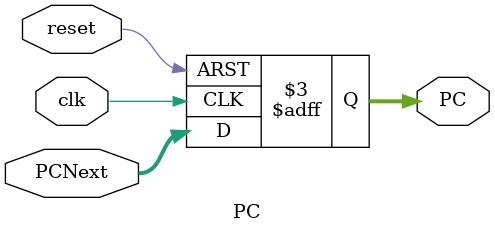
<source format=v>
module PC (
    clk, reset, PC, PCNext
);
    input clk, reset;
    input [31:0] PCNext;
    output reg [31:0] PC;
    ///////////////////////////////////////
    always @(posedge clk or posedge reset) begin
        if (reset == 1'b1)
            PC <= 32'h0000;
        else 
            PC <= PCNext;
    end
endmodule
</source>
